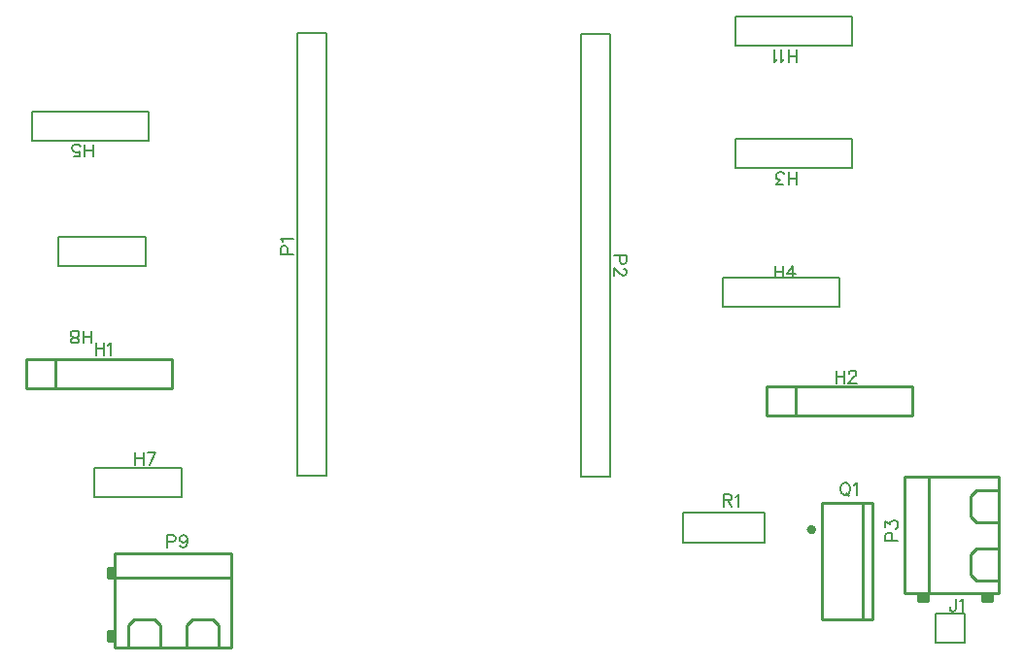
<source format=gto>
G04 Layer: TopSilkscreenLayer*
G04 EasyEDA v6.5.47, 2024-09-30 22:34:30*
G04 bdf4dfcfd05a44bdb46dd20b3567a466,39c71444916b4af6a8c7195bd55d5f94,10*
G04 Gerber Generator version 0.2*
G04 Scale: 100 percent, Rotated: No, Reflected: No *
G04 Dimensions in millimeters *
G04 leading zeros omitted , absolute positions ,4 integer and 5 decimal *
%FSLAX45Y45*%
%MOMM*%

%ADD10C,0.1524*%
%ADD11C,0.2540*%
%ADD12C,0.2032*%
%ADD13C,0.2030*%
%ADD14C,0.4000*%
%ADD15C,0.0190*%

%LPD*%
D10*
X2451100Y6363715D02*
G01*
X2451100Y6254750D01*
X2523743Y6363715D02*
G01*
X2523743Y6254750D01*
X2451100Y6311900D02*
G01*
X2523743Y6311900D01*
X2558034Y6342887D02*
G01*
X2568447Y6348221D01*
X2584195Y6363715D01*
X2584195Y6254750D01*
X8902700Y6122415D02*
G01*
X8902700Y6013450D01*
X8975343Y6122415D02*
G01*
X8975343Y6013450D01*
X8902700Y6070600D02*
G01*
X8975343Y6070600D01*
X9014968Y6096507D02*
G01*
X9014968Y6101587D01*
X9020047Y6112002D01*
X9025381Y6117336D01*
X9035795Y6122415D01*
X9056370Y6122415D01*
X9066784Y6117336D01*
X9072118Y6112002D01*
X9077197Y6101587D01*
X9077197Y6091173D01*
X9072118Y6080760D01*
X9061704Y6065265D01*
X9009634Y6013450D01*
X9082531Y6013450D01*
X8559800Y7745984D02*
G01*
X8559800Y7854950D01*
X8487156Y7745984D02*
G01*
X8487156Y7854950D01*
X8559800Y7797800D02*
G01*
X8487156Y7797800D01*
X8442452Y7745984D02*
G01*
X8385302Y7745984D01*
X8416290Y7787639D01*
X8400795Y7787639D01*
X8390381Y7792720D01*
X8385302Y7797800D01*
X8379968Y7813547D01*
X8379968Y7823962D01*
X8385302Y7839455D01*
X8395715Y7849870D01*
X8411209Y7854950D01*
X8426704Y7854950D01*
X8442452Y7849870D01*
X8447531Y7844789D01*
X8452865Y7834376D01*
X8369300Y7037831D02*
G01*
X8369300Y6928865D01*
X8441943Y7037831D02*
G01*
X8441943Y6928865D01*
X8369300Y6986015D02*
G01*
X8441943Y6986015D01*
X8528304Y7037831D02*
G01*
X8476234Y6965187D01*
X8554211Y6965187D01*
X8528304Y7037831D02*
G01*
X8528304Y6928865D01*
X2425700Y7987284D02*
G01*
X2425700Y8096250D01*
X2353056Y7987284D02*
G01*
X2353056Y8096250D01*
X2425700Y8039100D02*
G01*
X2353056Y8039100D01*
X2256281Y7987284D02*
G01*
X2308352Y7987284D01*
X2313431Y8034020D01*
X2308352Y8028939D01*
X2292604Y8023605D01*
X2277109Y8023605D01*
X2261615Y8028939D01*
X2251202Y8039100D01*
X2245868Y8054847D01*
X2245868Y8065262D01*
X2251202Y8080755D01*
X2261615Y8091170D01*
X2277109Y8096250D01*
X2292604Y8096250D01*
X2308352Y8091170D01*
X2313431Y8086089D01*
X2318765Y8075676D01*
X8559800Y8812784D02*
G01*
X8559800Y8921750D01*
X8487156Y8812784D02*
G01*
X8487156Y8921750D01*
X8559800Y8864600D02*
G01*
X8487156Y8864600D01*
X8452865Y8833612D02*
G01*
X8442452Y8828278D01*
X8426704Y8812784D01*
X8426704Y8921750D01*
X8392413Y8833612D02*
G01*
X8382000Y8828278D01*
X8366506Y8812784D01*
X8366506Y8921750D01*
X2794000Y5411215D02*
G01*
X2794000Y5302250D01*
X2866643Y5411215D02*
G01*
X2866643Y5302250D01*
X2794000Y5359400D02*
G01*
X2866643Y5359400D01*
X2973831Y5411215D02*
G01*
X2921761Y5302250D01*
X2900934Y5411215D02*
G01*
X2973831Y5411215D01*
X2413000Y6361684D02*
G01*
X2413000Y6470650D01*
X2340356Y6361684D02*
G01*
X2340356Y6470650D01*
X2413000Y6413500D02*
G01*
X2340356Y6413500D01*
X2279904Y6361684D02*
G01*
X2295652Y6366763D01*
X2300731Y6377178D01*
X2300731Y6387592D01*
X2295652Y6398005D01*
X2285238Y6403339D01*
X2264409Y6408420D01*
X2248915Y6413500D01*
X2238502Y6423913D01*
X2233168Y6434328D01*
X2233168Y6450076D01*
X2238502Y6460489D01*
X2243581Y6465570D01*
X2259329Y6470650D01*
X2279904Y6470650D01*
X2295652Y6465570D01*
X2300731Y6460489D01*
X2306065Y6450076D01*
X2306065Y6434328D01*
X2300731Y6423913D01*
X2290318Y6413500D01*
X2274824Y6408420D01*
X2253995Y6403339D01*
X2243581Y6398005D01*
X2238502Y6387592D01*
X2238502Y6377178D01*
X2243581Y6366763D01*
X2259329Y6361684D01*
X2279904Y6361684D01*
X9945370Y4131055D02*
G01*
X9945370Y4047997D01*
X9940036Y4032250D01*
X9934956Y4027170D01*
X9924541Y4022089D01*
X9914127Y4022089D01*
X9903713Y4027170D01*
X9898379Y4032250D01*
X9893300Y4047997D01*
X9893300Y4058412D01*
X9979659Y4110228D02*
G01*
X9989820Y4115562D01*
X10005568Y4131055D01*
X10005568Y4022089D01*
X4062984Y7137400D02*
G01*
X4171950Y7137400D01*
X4062984Y7137400D02*
G01*
X4062984Y7184136D01*
X4068063Y7199629D01*
X4073397Y7204963D01*
X4083811Y7210044D01*
X4099306Y7210044D01*
X4109720Y7204963D01*
X4114800Y7199629D01*
X4120134Y7184136D01*
X4120134Y7137400D01*
X4083811Y7244334D02*
G01*
X4078477Y7254747D01*
X4062984Y7270495D01*
X4171950Y7270495D01*
X7074915Y7124700D02*
G01*
X6965950Y7124700D01*
X7074915Y7124700D02*
G01*
X7074915Y7077963D01*
X7069836Y7062470D01*
X7064502Y7057136D01*
X7054088Y7052055D01*
X7038593Y7052055D01*
X7028179Y7057136D01*
X7023100Y7062470D01*
X7017765Y7077963D01*
X7017765Y7124700D01*
X7049008Y7012431D02*
G01*
X7054088Y7012431D01*
X7064502Y7007352D01*
X7069836Y7002018D01*
X7074915Y6991604D01*
X7074915Y6971029D01*
X7069836Y6960615D01*
X7064502Y6955281D01*
X7054088Y6950202D01*
X7043674Y6950202D01*
X7033259Y6955281D01*
X7017765Y6965695D01*
X6965950Y7017765D01*
X6965950Y6944868D01*
X9333484Y4635500D02*
G01*
X9442450Y4635500D01*
X9333484Y4635500D02*
G01*
X9333484Y4682236D01*
X9338563Y4697729D01*
X9343897Y4703063D01*
X9354311Y4708144D01*
X9369806Y4708144D01*
X9380220Y4703063D01*
X9385300Y4697729D01*
X9390634Y4682236D01*
X9390634Y4635500D01*
X9333484Y4752847D02*
G01*
X9333484Y4809997D01*
X9375140Y4779010D01*
X9375140Y4794504D01*
X9380220Y4804918D01*
X9385300Y4809997D01*
X9401047Y4815331D01*
X9411461Y4815331D01*
X9426956Y4809997D01*
X9437370Y4799584D01*
X9442450Y4784089D01*
X9442450Y4768595D01*
X9437370Y4752847D01*
X9432290Y4747768D01*
X9421875Y4742434D01*
X3073400Y4687315D02*
G01*
X3073400Y4578350D01*
X3073400Y4687315D02*
G01*
X3120136Y4687315D01*
X3135629Y4682236D01*
X3140963Y4676902D01*
X3146043Y4666487D01*
X3146043Y4650994D01*
X3140963Y4640579D01*
X3135629Y4635500D01*
X3120136Y4630165D01*
X3073400Y4630165D01*
X3247897Y4650994D02*
G01*
X3242818Y4635500D01*
X3232404Y4625086D01*
X3216909Y4619752D01*
X3211575Y4619752D01*
X3196081Y4625086D01*
X3185668Y4635500D01*
X3180334Y4650994D01*
X3180334Y4656073D01*
X3185668Y4671821D01*
X3196081Y4682236D01*
X3211575Y4687315D01*
X3216909Y4687315D01*
X3232404Y4682236D01*
X3242818Y4671821D01*
X3247897Y4650994D01*
X3247897Y4625086D01*
X3242818Y4598923D01*
X3232404Y4583429D01*
X3216909Y4578350D01*
X3206495Y4578350D01*
X3190747Y4583429D01*
X3185668Y4593844D01*
X8972041Y5144515D02*
G01*
X8961627Y5139436D01*
X8951213Y5129021D01*
X8945879Y5118607D01*
X8940800Y5102860D01*
X8940800Y5076952D01*
X8945879Y5061457D01*
X8951213Y5051044D01*
X8961627Y5040629D01*
X8972041Y5035550D01*
X8992870Y5035550D01*
X9003029Y5040629D01*
X9013443Y5051044D01*
X9018777Y5061457D01*
X9023858Y5076952D01*
X9023858Y5102860D01*
X9018777Y5118607D01*
X9013443Y5129021D01*
X9003029Y5139436D01*
X8992870Y5144515D01*
X8972041Y5144515D01*
X8987536Y5056123D02*
G01*
X9018777Y5025136D01*
X9058147Y5123687D02*
G01*
X9068561Y5129021D01*
X9084309Y5144515D01*
X9084309Y5035550D01*
X7920901Y5042915D02*
G01*
X7920901Y4933950D01*
X7920901Y5042915D02*
G01*
X7967637Y5042915D01*
X7983131Y5037836D01*
X7988465Y5032502D01*
X7993545Y5022087D01*
X7993545Y5011673D01*
X7988465Y5001260D01*
X7983131Y4996179D01*
X7967637Y4991100D01*
X7920901Y4991100D01*
X7957223Y4991100D02*
G01*
X7993545Y4933950D01*
X8027835Y5022087D02*
G01*
X8038249Y5027421D01*
X8053997Y5042915D01*
X8053997Y4933950D01*
G36*
X10172700Y4178300D02*
G01*
X10172700Y4114800D01*
X10258399Y4114800D01*
X10258399Y4178300D01*
G37*
G36*
X9613900Y4178300D02*
G01*
X9617100Y4175099D01*
X9617100Y4114800D01*
X9702800Y4114800D01*
X9702800Y4178300D01*
G37*
G36*
X2552700Y3848100D02*
G01*
X2552700Y3762400D01*
X2616200Y3762400D01*
X2616200Y3848100D01*
G37*
G36*
X2616200Y4406900D02*
G01*
X2612999Y4403699D01*
X2552700Y4403699D01*
X2552700Y4318000D01*
X2616200Y4318000D01*
G37*
D11*
X3111500Y6223000D02*
G01*
X2032000Y6223000D01*
X2100343Y6223000D02*
G01*
X2100343Y5969000D01*
X2032000Y6223000D02*
G01*
X1841500Y6223000D01*
X1841500Y5969000D01*
X3111500Y5969000D01*
X3111500Y6223000D01*
X9563100Y5981700D02*
G01*
X8483600Y5981700D01*
X8551943Y5981700D02*
G01*
X8551943Y5727700D01*
X8483600Y5981700D02*
G01*
X8293100Y5981700D01*
X8293100Y5727700D01*
X9563100Y5727700D01*
X9563100Y5981700D01*
D12*
X8026400Y7886700D02*
G01*
X8026400Y8140700D01*
X9042400Y8140700D01*
X9042400Y7886700D01*
X8851900Y7886700D01*
D13*
X8026400Y7886700D02*
G01*
X8851900Y7886700D01*
D12*
X8928100Y6934200D02*
G01*
X8928100Y6680200D01*
X7912100Y6680200D01*
X7912100Y6934200D01*
X8102600Y6934200D01*
D13*
X8928100Y6934200D02*
G01*
X8102600Y6934200D01*
D12*
X1892300Y8128000D02*
G01*
X1892300Y8382000D01*
X2908300Y8382000D01*
X2908300Y8128000D01*
X2717800Y8128000D01*
D13*
X1892300Y8128000D02*
G01*
X2717800Y8128000D01*
D12*
X8026400Y8953500D02*
G01*
X8026400Y9207500D01*
X9042400Y9207500D01*
X9042400Y8953500D01*
X8851900Y8953500D01*
D13*
X8026400Y8953500D02*
G01*
X8851900Y8953500D01*
D12*
X2946400Y5270500D02*
G01*
X3200400Y5270500D01*
X3200400Y5019039D01*
X2438400Y5019039D01*
X2438400Y5270500D01*
X2946400Y5270500D01*
X2374900Y7035800D02*
G01*
X2120900Y7035800D01*
X2120900Y7287260D01*
X2882900Y7287260D01*
X2882900Y7035800D01*
X2374900Y7035800D01*
X10020300Y3746500D02*
G01*
X9766300Y3746500D01*
X9766300Y4000500D01*
X10020300Y4000500D01*
X10020300Y3810000D01*
D13*
X10020300Y3746500D02*
G01*
X10020300Y3810000D01*
D12*
X4203700Y5422900D02*
G01*
X4203700Y5207000D01*
X4457700Y5207000D01*
X4457700Y9067800D01*
X4203700Y9067800D01*
X4203700Y9042400D01*
D13*
X4203700Y9042400D02*
G01*
X4203700Y5422900D01*
D12*
X6934200Y8839200D02*
G01*
X6934200Y9055100D01*
X6680200Y9055100D01*
X6680200Y5194300D01*
X6934200Y5194300D01*
X6934200Y5219700D01*
D13*
X6934200Y5219700D02*
G01*
X6934200Y8839200D01*
D11*
X10315956Y4779771D02*
G01*
X10315956Y4800600D01*
X10121900Y4800600D01*
X10071100Y4851400D01*
X10071100Y5029200D01*
X10121900Y5080000D01*
X10315956Y5080000D01*
X10315956Y4271771D02*
G01*
X10315956Y4292600D01*
X10121900Y4292600D01*
X10071100Y4343400D01*
X10071100Y4521200D01*
X10121900Y4572000D01*
X10315956Y4572000D01*
X9709043Y4178300D02*
G01*
X9709043Y5194300D01*
X10172700Y4178300D02*
G01*
X10172700Y4114800D01*
X10258381Y4114800D01*
X10258381Y4178300D01*
X9617118Y4178300D02*
G01*
X9617118Y4114800D01*
X9702800Y4114800D01*
X9702800Y4178300D01*
X10315996Y4178300D02*
G01*
X10315996Y5194300D01*
X9496003Y5194300D02*
G01*
X10315996Y5194300D01*
X9496003Y4178300D02*
G01*
X10315996Y4178300D01*
X9496003Y4178300D02*
G01*
X9496003Y5194300D01*
X3217672Y3704844D02*
G01*
X3238500Y3704844D01*
X3238500Y3898900D01*
X3289300Y3949700D01*
X3467100Y3949700D01*
X3517900Y3898900D01*
X3517900Y3704844D01*
X2709672Y3704844D02*
G01*
X2730500Y3704844D01*
X2730500Y3898900D01*
X2781300Y3949700D01*
X2959100Y3949700D01*
X3009900Y3898900D01*
X3009900Y3704844D01*
X2616200Y4311756D02*
G01*
X3632200Y4311756D01*
X2616200Y3848100D02*
G01*
X2552700Y3848100D01*
X2552700Y3762418D01*
X2616200Y3762418D01*
X2616200Y4403681D02*
G01*
X2552700Y4403681D01*
X2552700Y4318000D01*
X2616200Y4318000D01*
X2616200Y3704803D02*
G01*
X3632200Y3704803D01*
X3632200Y4524796D02*
G01*
X3632200Y3704803D01*
X2616200Y4524796D02*
G01*
X2616200Y3704803D01*
X2616200Y4524796D02*
G01*
X3632200Y4524796D01*
X9136499Y4965700D02*
G01*
X9136499Y3949700D01*
X8775700Y4965700D02*
G01*
X8775700Y3949700D01*
X9220200Y3949700D01*
X9220200Y4965700D01*
X8775700Y4965700D01*
D10*
X7567168Y4882418D02*
G01*
X8282406Y4882418D01*
X8282406Y4617178D01*
X7567168Y4617178D01*
X7567168Y4882418D01*
D14*
G75*
G01*
X8707120Y4734560D02*
G03*
X8707120Y4734306I-20000J-127D01*
M02*

</source>
